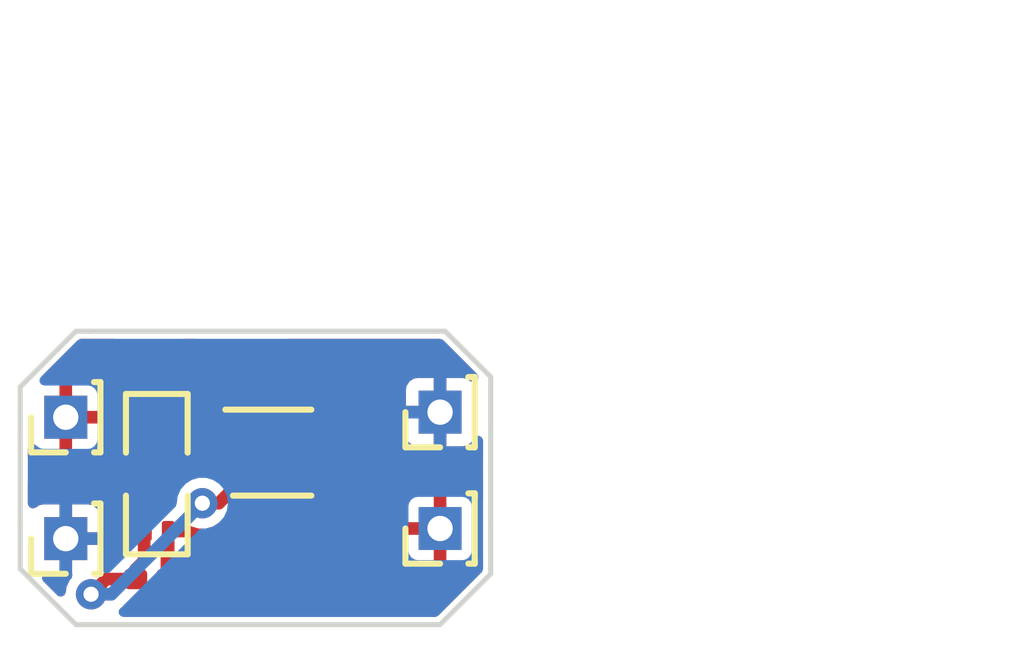
<source format=kicad_pcb>
(kicad_pcb (version 20221018) (generator pcbnew)
  (layers (0 "F.Cu" signal) (31 "B.Cu" signal) (34 "B.Paste" user) (35 "F.Paste" user) (36 "B.SilkS" user "B.Silkscreen") (37 "F.SilkS" user "F.Silkscreen") (38 "B.Mask" user) (39 "F.Mask" user) (44 "Edge.Cuts" user))
  (net 0 "")
  (net 1 "Net-(U1-BAT)")
  (net 2 "-BATT")
  (net 3 "+BATT")
  (net 4 "GND")
  (net 5 "Net-(Q1-G)")
  (net 6 "Net-(Q1-D)")
  (net 7 "Net-(Q2-G)")
  (net 8 "Net-(U1-V-)")
  (footprint "Resistor_SMD:R_0201_0603Metric" (layer "F.Cu") (at 22.2 24.8 180)
    (fp_text reference "R3" hide)
    (fp_text value "5M" hide)
    (pad "1" smd roundrect (at -0.32 0 180) (size 0.46 0.4) (layers "F.Cu" "F.Mask") (net 7 "Net-(Q2-G)"))
    (pad "2" smd roundrect (at 0.32 0 180) (size 0.46 0.4) (layers "F.Cu" "F.Mask") (net 4 "GND"))
  )
  (footprint "Connector_PinHeader_1.00mm:PinHeader_1x01_P1.00mm_Vertical" (layer "F.Cu") (at 27.9 28 90)
    (fp_text reference "J2" hide)
    (fp_text value "GND_CELL" hide)
    (fp_line (start -0.695 -0.685) (end 0 -0.685) (stroke (width 0.12)) (layer "F.SilkS"))
    (fp_line (start -0.695 0) (end -0.695 -0.685) (stroke (width 0.12)) (layer "F.SilkS"))
    (fp_line (start -0.695 0.685) (end -0.695 0.56) (stroke (width 0.12)) (layer "F.SilkS"))
    (fp_line (start -0.695 0.685) (end -0.608276 0.685) (stroke (width 0.12)) (layer "F.SilkS"))
    (fp_line (start -0.695 0.685) (end 0.695 0.685) (stroke (width 0.12)) (layer "F.SilkS"))
    (fp_line (start 0.608276 0.685) (end 0.695 0.685) (stroke (width 0.12)) (layer "F.SilkS"))
    (fp_line (start 0.695 0.685) (end 0.695 0.56) (stroke (width 0.12)) (layer "F.SilkS"))
    (pad "1" thru_hole rect (at 0 0 90) (size 0.85 0.85) (drill 0.5) (layers "*.Cu" "*.Mask") (net 2 "-BATT"))
  )
  (footprint "Package_SON:WSON-6_1.5x1.5mm_P0.5mm" (layer "F.Cu") (at 24.6 26.5)
    (fp_text reference "U1" hide)
    (fp_text value "BQ29700DSER" hide)
    (fp_line (start -0.945 -0.85) (end 0.755 -0.85) (stroke (width 0.12)) (layer "F.SilkS"))
    (fp_line (start -0.795 0.85) (end 0.755 0.85) (stroke (width 0.12)) (layer "F.SilkS"))
    (pad "1" smd rect (at -0.525 -0.5 270) (size 0.28 0.85) (layers "F.Cu" "F.Paste" "F.Mask"))
    (pad "2" smd rect (at -0.575 0 270) (size 0.28 0.75) (layers "F.Cu" "F.Paste" "F.Mask") (net 7 "Net-(Q2-G)"))
    (pad "3" smd rect (at -0.575 0.5 270) (size 0.28 0.75) (layers "F.Cu" "F.Paste" "F.Mask") (net 5 "Net-(Q1-G)"))
    (pad "4" smd rect (at 0.575 0.5 270) (size 0.28 0.75) (layers "F.Cu" "F.Paste" "F.Mask") (net 2 "-BATT"))
    (pad "5" smd rect (at 0.575 0 270) (size 0.28 0.75) (layers "F.Cu" "F.Paste" "F.Mask") (net 1 "Net-(U1-BAT)"))
    (pad "6" smd rect (at 0.575 -0.5 270) (size 0.28 0.75) (layers "F.Cu" "F.Paste" "F.Mask") (net 8 "Net-(U1-V-)"))
  )
  (footprint "Resistor_SMD:R_0201_0603Metric" (layer "F.Cu") (at 26.5 26 -90)
    (fp_text reference "R1" hide)
    (fp_text value "330" hide)
    (pad "1" smd roundrect (at -0.32 0 270) (size 0.46 0.4) (layers "F.Cu" "F.Mask") (net 3 "+BATT"))
    (pad "2" smd roundrect (at 0.32 0 270) (size 0.46 0.4) (layers "F.Cu" "F.Mask") (net 1 "Net-(U1-BAT)"))
  )
  (footprint "Connector_PinHeader_1.00mm:PinHeader_1x01_P1.00mm_Vertical" (layer "F.Cu") (at 27.9 25.7 90)
    (fp_text reference "J1" hide)
    (fp_text value "V_CELL" hide)
    (fp_line (start -0.695 -0.685) (end 0 -0.685) (stroke (width 0.12)) (layer "F.SilkS"))
    (fp_line (start -0.695 0) (end -0.695 -0.685) (stroke (width 0.12)) (layer "F.SilkS"))
    (fp_line (start -0.695 0.685) (end -0.695 0.56) (stroke (width 0.12)) (layer "F.SilkS"))
    (fp_line (start -0.695 0.685) (end -0.608276 0.685) (stroke (width 0.12)) (layer "F.SilkS"))
    (fp_line (start -0.695 0.685) (end 0.695 0.685) (stroke (width 0.12)) (layer "F.SilkS"))
    (fp_line (start 0.608276 0.685) (end 0.695 0.685) (stroke (width 0.12)) (layer "F.SilkS"))
    (fp_line (start 0.695 0.685) (end 0.695 0.56) (stroke (width 0.12)) (layer "F.SilkS"))
    (pad "1" thru_hole rect (at 0 0 90) (size 0.85 0.85) (drill 0.5) (layers "*.Cu" "*.Mask") (net 3 "+BATT"))
  )
  (footprint "Capacitor_SMD:C_0201_0603Metric" (layer "F.Cu") (at 26.5 27.58 -90)
    (fp_text reference "C1" hide)
    (fp_text value "100nF" hide)
    (pad "1" smd roundrect (at -0.32 0 270) (size 0.46 0.4) (layers "F.Cu" "F.Mask") (net 1 "Net-(U1-BAT)"))
    (pad "2" smd roundrect (at 0.32 0 270) (size 0.46 0.4) (layers "F.Cu" "F.Mask") (net 2 "-BATT"))
  )
  (footprint "Package_TO_SOT_SMD:SOT-883" (layer "F.Cu") (at 22.3 26.15 -90)
    (fp_text reference "Q2" hide)
    (fp_text value "PMZ600UNEYL" hide)
    (fp_line (start -0.81 -0.61) (end 0.35 -0.61) (stroke (width 0.12)) (layer "F.SilkS"))
    (fp_line (start -0.81 0.61) (end -0.81 -0.61) (stroke (width 0.12)) (layer "F.SilkS"))
    (fp_line (start 0.35 0.61) (end -0.81 0.61) (stroke (width 0.12)) (layer "F.SilkS"))
    (pad "1" smd roundrect (at -0.35 -0.225 270) (size 0.4 0.25) (layers "F.Cu" "F.Paste" "F.Mask") (roundrect_rratio 0.2) (net 7 "Net-(Q2-G)"))
    (pad "2" smd roundrect (at -0.35 0.225 270) (size 0.4 0.25) (layers "F.Cu" "F.Paste" "F.Mask") (roundrect_rratio 0.2) (net 4 "GND"))
    (pad "3" smd roundrect (at 0.35 0 270) (size 0.4 0.7) (layers "F.Cu" "F.Paste" "F.Mask") (roundrect_rratio 0.125) (net 6 "Net-(Q1-D)"))
  )
  (footprint "Resistor_SMD:R_0201_0603Metric" (layer "F.Cu") (at 22.2 29)
    (fp_text reference "R2" hide)
    (fp_text value "5M" hide)
    (pad "1" smd roundrect (at -0.32 0) (size 0.46 0.4) (layers "F.Cu" "F.Mask") (net 5 "Net-(Q1-G)"))
    (pad "2" smd roundrect (at 0.32 0) (size 0.46 0.4) (layers "F.Cu" "F.Mask") (net 2 "-BATT"))
  )
  (footprint "Connector_PinHeader_1.00mm:PinHeader_1x01_P1.00mm_Vertical" (layer "F.Cu") (at 20.5 28.2 90)
    (fp_text reference "J3" hide)
    (fp_text value "V_CELL" hide)
    (fp_line (start -0.695 -0.685) (end 0 -0.685) (stroke (width 0.12)) (layer "F.SilkS"))
    (fp_line (start -0.695 0) (end -0.695 -0.685) (stroke (width 0.12)) (layer "F.SilkS"))
    (fp_line (start -0.695 0.685) (end -0.695 0.56) (stroke (width 0.12)) (layer "F.SilkS"))
    (fp_line (start -0.695 0.685) (end -0.608276 0.685) (stroke (width 0.12)) (layer "F.SilkS"))
    (fp_line (start -0.695 0.685) (end 0.695 0.685) (stroke (width 0.12)) (layer "F.SilkS"))
    (fp_line (start 0.608276 0.685) (end 0.695 0.685) (stroke (width 0.12)) (layer "F.SilkS"))
    (fp_line (start 0.695 0.685) (end 0.695 0.56) (stroke (width 0.12)) (layer "F.SilkS"))
    (pad "1" thru_hole rect (at 0 0 90) (size 0.85 0.85) (drill 0.5) (layers "*.Cu" "*.Mask") (net 3 "+BATT"))
  )
  (footprint "Resistor_SMD:R_0201_0603Metric" (layer "F.Cu") (at 23.8 24.8 180)
    (fp_text reference "R4" hide)
    (fp_text value "2.2k" hide)
    (pad "1" smd roundrect (at -0.32 0 180) (size 0.46 0.4) (layers "F.Cu" "F.Mask") (net 8 "Net-(U1-V-)"))
    (pad "2" smd roundrect (at 0.32 0 180) (size 0.46 0.4) (layers "F.Cu" "F.Mask") (net 4 "GND"))
  )
  (footprint "Connector_PinHeader_1.00mm:PinHeader_1x01_P1.00mm_Vertical" (layer "F.Cu") (at 20.5 25.8 90)
    (fp_text reference "J4" hide)
    (fp_text value "V_CELL" hide)
    (fp_line (start -0.695 -0.685) (end 0 -0.685) (stroke (width 0.12)) (layer "F.SilkS"))
    (fp_line (start -0.695 0) (end -0.695 -0.685) (stroke (width 0.12)) (layer "F.SilkS"))
    (fp_line (start -0.695 0.685) (end -0.695 0.56) (stroke (width 0.12)) (layer "F.SilkS"))
    (fp_line (start -0.695 0.685) (end -0.608276 0.685) (stroke (width 0.12)) (layer "F.SilkS"))
    (fp_line (start -0.695 0.685) (end 0.695 0.685) (stroke (width 0.12)) (layer "F.SilkS"))
    (fp_line (start 0.608276 0.685) (end 0.695 0.685) (stroke (width 0.12)) (layer "F.SilkS"))
    (fp_line (start 0.695 0.685) (end 0.695 0.56) (stroke (width 0.12)) (layer "F.SilkS"))
    (pad "1" thru_hole rect (at 0 0 90) (size 0.85 0.85) (drill 0.5) (layers "*.Cu" "*.Mask") (net 4 "GND"))
  )
  (footprint "Package_TO_SOT_SMD:SOT-883" (layer "F.Cu") (at 22.3 27.7 90)
    (fp_text reference "Q1" hide)
    (fp_text value "PMZ600UNEYL" hide)
    (fp_line (start -0.81 -0.61) (end 0.35 -0.61) (stroke (width 0.12)) (layer "F.SilkS"))
    (fp_line (start -0.81 0.61) (end -0.81 -0.61) (stroke (width 0.12)) (layer "F.SilkS"))
    (fp_line (start 0.35 0.61) (end -0.81 0.61) (stroke (width 0.12)) (layer "F.SilkS"))
    (pad "1" smd roundrect (at -0.35 -0.225 90) (size 0.4 0.25) (layers "F.Cu" "F.Paste" "F.Mask") (roundrect_rratio 0.2) (net 5 "Net-(Q1-G)"))
    (pad "2" smd roundrect (at -0.35 0.225 90) (size 0.4 0.25) (layers "F.Cu" "F.Paste" "F.Mask") (roundrect_rratio 0.2) (net 2 "-BATT"))
    (pad "3" smd roundrect (at 0.35 0 90) (size 0.4 0.7) (layers "F.Cu" "F.Paste" "F.Mask") (roundrect_rratio 0.125) (net 6 "Net-(Q1-D)"))
  )
  (gr_line (start 28.9 25) (end 28.9 26.100849) (stroke (width 0.1)) (layer "Edge.Cuts"))
  (gr_line (start 28.9 26.100849) (end 28.899999 27.89915) (stroke (width 0.1)) (layer "Edge.Cuts"))
  (gr_line (start 19.6 27.89915) (end 19.6 28.8) (stroke (width 0.1)) (layer "Edge.Cuts"))
  (gr_line (start 19.600001 26.100849) (end 19.6 27.89915) (stroke (width 0.1)) (layer "Edge.Cuts"))
  (gr_line (start 27.839212 24.1) (end 28 24.1) (stroke (width 0.1)) (layer "Edge.Cuts"))
  (gr_line (start 28.9 28.9) (end 28.899999 27.89915) (stroke (width 0.1)) (layer "Edge.Cuts"))
  (gr_line (start 19.6 25.2) (end 20.7 24.1) (stroke (width 0.1)) (layer "Edge.Cuts"))
  (gr_line (start 27.739212 29.9) (end 27.9 29.9) (stroke (width 0.1)) (layer "Edge.Cuts"))
  (gr_line (start 20.7 24.1) (end 20.960788 24.1) (stroke (width 0.1)) (layer "Edge.Cuts"))
  (gr_line (start 20.960788 24.1) (end 27.839212 24.1) (stroke (width 0.1)) (layer "Edge.Cuts"))
  (gr_line (start 28 24.1) (end 28.9 25) (stroke (width 0.1)) (layer "Edge.Cuts"))
  (gr_line (start 27.9 29.9) (end 28.9 28.9) (stroke (width 0.1)) (layer "Edge.Cuts"))
  (gr_line (start 19.600001 26.100849) (end 19.6 25.2) (stroke (width 0.1)) (layer "Edge.Cuts"))
  (gr_line (start 19.6 28.8) (end 20.7 29.9) (stroke (width 0.1)) (layer "Edge.Cuts"))
  (gr_line (start 20.7 29.9) (end 20.860788 29.9) (stroke (width 0.1)) (layer "Edge.Cuts"))
  (gr_line (start 20.860788 29.9) (end 27.739212 29.9) (stroke (width 0.1)) (layer "Edge.Cuts"))
  (segment (start 26.32 26.5) (end 26.5 26.32) (width 0.25) (layer "F.Cu") (net 1))
  (segment (start 26.5 27.26) (end 26.5 26.32) (width 0.25) (layer "F.Cu") (net 1))
  (segment (start 25.175 26.5) (end 26.32 26.5) (width 0.25) (layer "F.Cu") (net 1))
  (segment (start 22.5 28.38033) (end 22.5 29) (width 0.25) (layer "F.Cu") (net 2))
  (segment (start 25.175 28.025) (end 25.175 27) (width 0.25) (layer "F.Cu") (net 2))
  (segment (start 22.5 29) (end 24.2 29) (width 0.25) (layer "F.Cu") (net 2))
  (segment (start 25.9 27) (end 25.975 27.075) (width 0.25) (layer "F.Cu") (net 2))
  (segment (start 25.975 27.075) (end 25.975 27.675) (width 0.25) (layer "F.Cu") (net 2))
  (segment (start 25.175 27) (end 25.9 27) (width 0.25) (layer "F.Cu") (net 2))
  (segment (start 24.2 29) (end 25.175 28.025) (width 0.25) (layer "F.Cu") (net 2))
  (segment (start 22.525 28.2) (end 22.525 28.35533) (width 0.25) (layer "F.Cu") (net 2))
  (segment (start 25.975 27.675) (end 26.2 27.9) (width 0.25) (layer "F.Cu") (net 2))
  (segment (start 26.2 27.9) (end 26.5 27.9) (width 0.25) (layer "F.Cu") (net 2))
  (segment (start 22.525 28.35533) (end 22.5 28.38033) (width 0.25) (layer "F.Cu") (net 2))
  (segment (start 22.05 28.075) (end 22.075 28.05) (width 0.25) (layer "F.Cu") (net 5))
  (segment (start 23.525 27.5) (end 23.2 27.5) (width 0.25) (layer "F.Cu") (net 5))
  (segment (start 22.05 28.638958) (end 22.05 28.075) (width 0.25) (layer "F.Cu") (net 5))
  (segment (start 24.025 27) (end 23.525 27.5) (width 0.25) (layer "F.Cu") (net 5))
  (segment (start 21.88 29) (end 21.3 29) (width 0.25) (layer "F.Cu") (net 5))
  (segment (start 21.3 29) (end 21 29.3) (width 0.25) (layer "F.Cu") (net 5))
  (segment (start 21.88 28.808958) (end 22.05 28.638958) (width 0.25) (layer "F.Cu") (net 5))
  (segment (start 21.88 29) (end 21.88 28.808958) (width 0.25) (layer "F.Cu") (net 5))
  (via (at 21 29.3) (size 0.6) (drill 0.3) (layers "F.Cu" "B.Cu") (net 5))
  (via (at 23.2 27.5) (size 0.6) (drill 0.3) (layers "F.Cu" "B.Cu") (net 5))
  (segment (start 21 29.3) (end 21.4 29.3) (width 0.25) (layer "B.Cu") (net 5))
  (segment (start 21.4 29.3) (end 23.2 27.5) (width 0.25) (layer "B.Cu") (net 5))
  (segment (start 22.3 26.6) (end 22.3 27.35) (width 0.25) (layer "F.Cu") (net 6))
  (segment (start 24.025 26.5) (end 23.43033 26.5) (width 0.25) (layer "F.Cu") (net 7))
  (segment (start 22.525 24.96) (end 22.525 25.9) (width 0.25) (layer "F.Cu") (net 7))
  (segment (start 22.515 24.95) (end 22.525 24.96) (width 0.25) (layer "F.Cu") (net 7))
  (segment (start 23.43033 26.5) (end 22.83033 25.9) (width 0.25) (layer "F.Cu") (net 7))
  (segment (start 22.83033 25.9) (end 22.525 25.9) (width 0.25) (layer "F.Cu") (net 7))
  (segment (start 24.22 24.8) (end 24.775 24.8) (width 0.25) (layer "F.Cu") (net 8))
  (segment (start 24.775 24.8) (end 25.175 25.2) (width 0.25) (layer "F.Cu") (net 8))
  (segment (start 25.175 25.2) (end 25.175 26) (width 0.25) (layer "F.Cu") (net 8))
  (zone (net 4) (net_name "GND") (layer "F.Cu") (priority 1) (connect_pads (clearance 0.2)) (min_thickness 0.2) (fill yes (thermal_gap 0.25) (thermal_bridge_width 0.25) (island_removal_mode 1) (island_area_min 10))
    (polygon (pts (xy 22.8 25.2) (xy 22.8 26.7) (xy 19.2 26.7) (xy 19.2 23.1) (xy 24.1 23.1) (xy 24.1 25.2)))
  )
  (zone (net 3) (net_name "+BATT") (layer "F.Cu") (priority 3) (connect_pads (clearance 0.2)) (min_thickness 0.2) (fill yes (thermal_gap 0.25) (thermal_bridge_width 0.25) (island_removal_mode 1) (island_area_min 10))
    (polygon (pts (xy 19.2 27) (xy 21.6 27) (xy 21.6 30.4) (xy 19.2 30.4)))
  )
  (zone (net 3) (net_name "+BATT") (layer "F.Cu") (priority 3) (connect_pads (clearance 0.2)) (min_thickness 0.2) (fill yes (thermal_gap 0.25) (thermal_bridge_width 0.25) (island_removal_mode 1) (island_area_min 10))
    (polygon (pts (xy 24.8 23.1) (xy 29 23.1) (xy 29 26.7) (xy 24.8 26.7)))
  )
  (zone (net 2) (net_name "-BATT") (layer "F.Cu") (connect_pads (clearance 0.2)) (min_thickness 0.2) (fill yes (thermal_gap 0.25) (thermal_bridge_width 0.25))
    (polygon (pts (xy 24.6 26.8) (xy 29 26.8) (xy 29 30.2) (xy 22.3 30.2) (xy 22.3 27.8) (xy 24.2 27.8) (xy 24.6 27.4)))
  )
  (zone (net 3) (net_name "+BATT") (layer "B.Cu") (priority 2) (connect_pads (clearance 0.2)) (min_thickness 0.2) (fill yes (thermal_gap 0.25) (thermal_bridge_width 0.25) (island_removal_mode 1) (island_area_min 10))
    (polygon (pts (xy 19.2 23.1) (xy 29 23.1) (xy 29 30.2) (xy 19.2 30.2)))
  )
)
</source>
